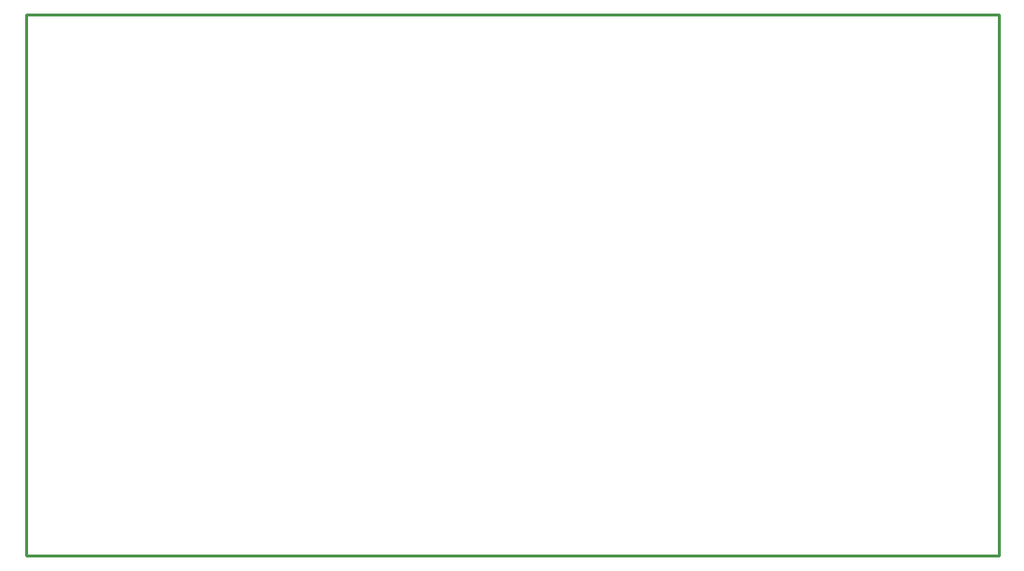
<source format=gko>
G04 Layer_Color=16711935*
%FSLAX25Y25*%
%MOIN*%
G70*
G01*
G75*
%ADD54C,0.01000*%
D54*
X334900Y186500D02*
X335000Y186400D01*
Y100D02*
Y186400D01*
X0Y186500D02*
X334900D01*
Y0D02*
X335000Y100D01*
X100Y0D02*
X334900D01*
X0Y100D02*
X100Y0D01*
X0Y100D02*
Y186500D01*
M02*

</source>
